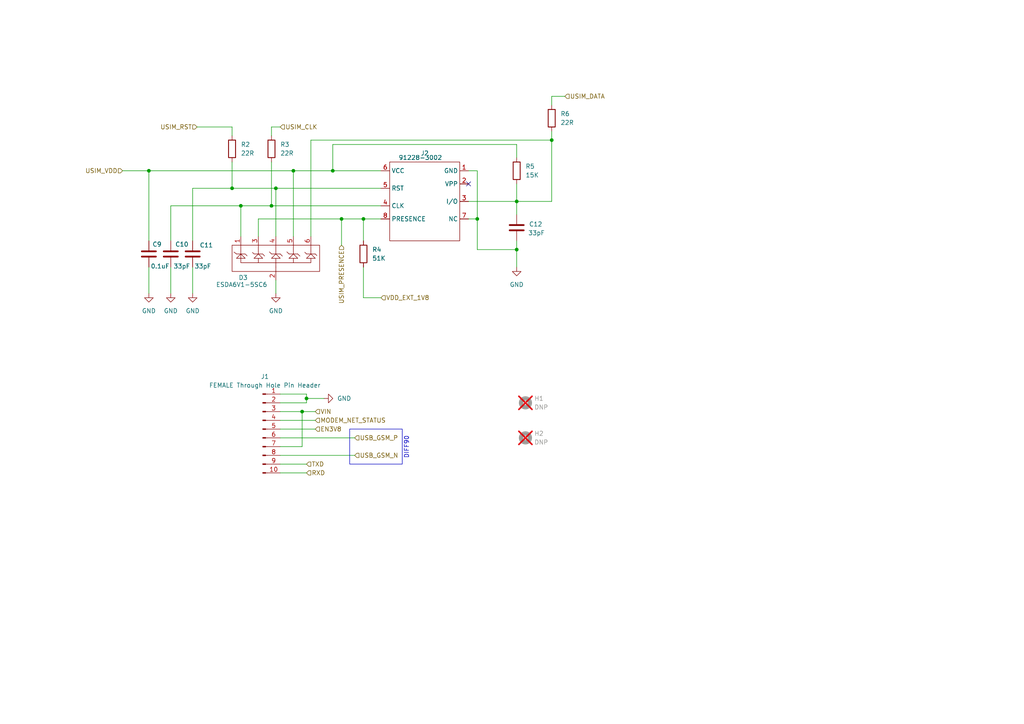
<source format=kicad_sch>
(kicad_sch (version 20250114) (generator "eeschema") (generator_version "9.0")
  (paper "A4")
  (lib_symbols
    (symbol "Connector:Conn_01x10_Pin" (pin_names (offset 1.016) (hide yes))
      (property "Reference" "J" (at 0 12.7 0))
      (property "Value" "Conn_01x10_Pin" (at 0 -15.24 0))
      (symbol "Conn_01x10_Pin_1_1"
        (rectangle (start 0.8636 10.287) (end 0 10.033) (stroke (width 0.1524)) (fill (type outline)))
        (rectangle (start 0.8636 7.747) (end 0 7.493) (stroke (width 0.1524)) (fill (type outline)))
        (rectangle (start 0.8636 5.207) (end 0 4.953) (stroke (width 0.1524)) (fill (type outline)))
        (rectangle (start 0.8636 2.667) (end 0 2.413) (stroke (width 0.1524)) (fill (type outline)))
        (rectangle (start 0.8636 0.127) (end 0 -0.127) (stroke (width 0.1524)) (fill (type outline)))
        (rectangle (start 0.8636 -2.413) (end 0 -2.667) (stroke (width 0.1524)) (fill (type outline)))
        (rectangle (start 0.8636 -4.953) (end 0 -5.207) (stroke (width 0.1524)) (fill (type outline)))
        (rectangle (start 0.8636 -7.493) (end 0 -7.747) (stroke (width 0.1524)) (fill (type outline)))
        (rectangle (start 0.8636 -10.033) (end 0 -10.287) (stroke (width 0.1524)) (fill (type outline)))
        (rectangle (start 0.8636 -12.573) (end 0 -12.827) (stroke (width 0.1524)) (fill (type outline)))
        (polyline (pts (xy 1.27 10.16) (xy 0.8636 10.16)) (stroke (width 0.1524)))
        (polyline (pts (xy 1.27 7.62) (xy 0.8636 7.62)) (stroke (width 0.1524)))
        (polyline (pts (xy 1.27 5.08) (xy 0.8636 5.08)) (stroke (width 0.1524)))
        (polyline (pts (xy 1.27 2.54) (xy 0.8636 2.54)) (stroke (width 0.1524)))
        (polyline (pts (xy 1.27 0) (xy 0.8636 0)) (stroke (width 0.1524)))
        (polyline (pts (xy 1.27 -2.54) (xy 0.8636 -2.54)) (stroke (width 0.1524)))
        (polyline (pts (xy 1.27 -5.08) (xy 0.8636 -5.08)) (stroke (width 0.1524)))
        (polyline (pts (xy 1.27 -7.62) (xy 0.8636 -7.62)) (stroke (width 0.1524)))
        (polyline (pts (xy 1.27 -10.16) (xy 0.8636 -10.16)) (stroke (width 0.1524)))
        (polyline (pts (xy 1.27 -12.7) (xy 0.8636 -12.7)) (stroke (width 0.1524)))
        (pin passive line (at 5.08 10.16 180) (length 3.81) (name "Pin_1") (number "1"))
        (pin passive line (at 5.08 7.62 180) (length 3.81) (name "Pin_2") (number "2"))
        (pin passive line (at 5.08 5.08 180) (length 3.81) (name "Pin_3") (number "3"))
        (pin passive line (at 5.08 2.54 180) (length 3.81) (name "Pin_4") (number "4"))
        (pin passive line (at 5.08 0 180) (length 3.81) (name "Pin_5") (number "5"))
        (pin passive line (at 5.08 -2.54 180) (length 3.81) (name "Pin_6") (number "6"))
        (pin passive line (at 5.08 -5.08 180) (length 3.81) (name "Pin_7") (number "7"))
        (pin passive line (at 5.08 -7.62 180) (length 3.81) (name "Pin_8") (number "8"))
        (pin passive line (at 5.08 -10.16 180) (length 3.81) (name "Pin_9") (number "9"))
        (pin passive line (at 5.08 -12.7 180) (length 3.81) (name "Pin_10") (number "10"))
      )
    )
    (symbol "Device:C" (pin_numbers (hide yes)) (pin_names (offset 0.254))
      (property "Reference" "C" (at 0.635 2.54 0))
      (property "Value" "C" (at 0.635 -2.54 0))
      (symbol "C_0_1"
        (polyline (pts (xy -2.032 0.762) (xy 2.032 0.762)) (stroke (width 0.508)))
        (polyline (pts (xy -2.032 -0.762) (xy 2.032 -0.762)) (stroke (width 0.508)))
      )
      (symbol "C_1_1"
        (pin passive line (at 0 3.81 270) (length 2.794) (name "~") (number "1"))
        (pin passive line (at 0 -3.81 90) (length 2.794) (name "~") (number "2"))
      )
    )
    (symbol "Device:R" (pin_numbers (hide yes)) (pin_names (offset 0))
      (property "Reference" "R" (at 2.032 0 90))
      (property "Value" "R" (at 0 0 90))
      (symbol "R_0_1"
        (rectangle (start -1.016 -2.54) (end 1.016 2.54) (stroke (width 0.254)))
      )
      (symbol "R_1_1"
        (pin passive line (at 0 3.81 270) (length 1.27) (name "~") (number "1"))
        (pin passive line (at 0 -3.81 90) (length 1.27) (name "~") (number "2"))
      )
    )
    (symbol "Mechanical:MountingHole" (pin_names (offset 1.016))
      (property "Reference" "H" (at 0 5.08 0))
      (property "Value" "MountingHole" (at 0 3.175 0))
      (symbol "MountingHole_0_1"
        (circle (center 0 0) (radius 1.27) (stroke (width 1.27)))
      )
    )
    (symbol "Symbol:91228-3002"
      (property "Reference" "J2" (at 1.27 1.27 0))
      (property "Value" "91228-3002" (at 0 0 0))
      (symbol "91228-3002_0_1"
        (rectangle (start -8.89 -1.27) (end 11.43 -24.13))
      )
      (symbol "91228-3002_1_1"
        (pin input line (at -11.43 -3.81 0) (length 2.54) (name "VCC") (number "6"))
        (pin input line (at -11.43 -8.89 0) (length 2.54) (name "RST") (number "5"))
        (pin input line (at -11.43 -13.97 0) (length 2.54) (name "CLK") (number "4"))
        (pin input line (at -11.43 -17.78 0) (length 2.54) (name "PRESENCE") (number "8"))
        (pin input line (at 13.97 -3.81 180) (length 2.54) (name "GND") (number "1"))
        (pin input line (at 13.97 -7.62 180) (length 2.54) (name "VPP") (number "2"))
        (pin input line (at 13.97 -12.7 180) (length 2.54) (name "I/O") (number "3"))
        (pin input line (at 13.97 -17.78 180) (length 2.54) (name "NC") (number "7"))
      )
    )
    (symbol "Symbol:ESDA6V1-5SC6"
      (property "Reference" "D" (at -13.462 0 0))
      (symbol "ESDA6V1-5SC6_0_1"
        (rectangle (start -12.7 -1.27) (end 12.7 -8.89))
        (polyline (pts (xy -11.43 -3.81) (xy -12.1452 -3.2601)))
        (polyline (pts (xy -10.16 -5.08) (xy -10.16 -1.27)))
        (polyline (pts (xy -5.08 -3.81) (xy -5.08 -1.27)))
        (polyline (pts (xy -5.08 -3.81) (xy -3.81 -3.81) (xy -3.2724 -4.4118)))
        (polyline (pts (xy -5.08 -6.35) (xy -5.08 -5.08) (xy -6.35 -5.08) (xy -3.81 -5.08) (xy -5.08 -3.81) (xy -6.35 -5.08) (xy -5.08 -3.81) (xy -6.35 -3.81) (xy -6.7834 -3.3585)))
        (polyline (pts (xy -1.27 -3.81) (xy -1.8681 -3.2081)))
        (polyline (pts (xy 0 -3.81) (xy 0 -1.27)))
        (polyline (pts (xy 0 -3.81) (xy -1.27 -3.81) (xy 1.27 -3.81)))
        (polyline (pts (xy 0 -6.35) (xy 5.08 -6.35) (xy 5.08 -5.08)))
        (polyline (pts (xy 0 -6.35) (xy 0 -5.08) (xy -1.27 -5.08) (xy 1.27 -5.08) (xy 0 -3.81) (xy -1.27 -5.08) (xy 0 -3.81)))
        (polyline (pts (xy 0 -7.62) (xy 0 -8.89)))
        (polyline (pts (xy 0 -7.62) (xy 0 -6.35) (xy -10.16 -6.35) (xy -10.16 -5.08) (xy -11.43 -5.08) (xy -8.89 -5.08) (xy -10.16 -3.81) (xy -11.43 -5.08) (xy -10.16 -3.81) (xy -11.43 -3.81) (xy -8.89 -3.81) (xy -8.3566 -4.3562) (xy -8.3481 -4.3747)))
        (polyline (pts (xy 1.27 -3.81) (xy 1.8936 -4.4369)))
        (polyline (pts (xy 3.81 -3.81) (xy 3.1963 -3.1969)))
        (polyline (pts (xy 3.81 -5.08) (xy 5.08 -5.08) (xy 6.35 -5.08)))
        (polyline (pts (xy 5.08 -1.27) (xy 5.08 -3.81)))
        (polyline (pts (xy 5.08 -3.81) (xy 3.81 -3.81) (xy 6.35 -3.81)))
        (polyline (pts (xy 5.08 -3.81) (xy 3.81 -5.08) (xy 5.08 -3.81) (xy 6.35 -5.08) (xy 5.08 -3.81)))
        (polyline (pts (xy 5.08 -6.35) (xy 10.16 -6.35) (xy 10.16 -5.08)))
        (polyline (pts (xy 6.35 -3.81) (xy 6.9747 -4.4341)))
        (polyline (pts (xy 8.89 -3.81) (xy 8.3884 -3.3047)))
        (polyline (pts (xy 10.16 -3.81) (xy 8.89 -3.81)))
        (polyline (pts (xy 10.16 -3.81) (xy 10.16 -1.27)))
        (polyline (pts (xy 10.16 -3.81) (xy 11.43 -3.81)))
        (polyline (pts (xy 10.16 -5.08) (xy 8.89 -5.08) (xy 11.43 -5.08)))
        (polyline (pts (xy 11.43 -3.81) (xy 11.8956 -4.2806)))
        (polyline (pts (xy 11.43 -5.08) (xy 10.16 -3.81) (xy 8.89 -5.08)))
      )
      (symbol "ESDA6V1-5SC6_1_1"
        (pin input line (at -10.16 1.27 270) (length 2.54) (name "") (number "1"))
        (pin input line (at -5.08 1.27 270) (length 2.54) (name "") (number "3"))
        (pin input line (at 0 1.27 270) (length 2.54) (name "") (number "4"))
        (pin input line (at 0 -11.43 90) (length 2.54) (name "") (number "2"))
        (pin input line (at 5.08 1.27 270) (length 2.54) (name "") (number "5"))
        (pin input line (at 10.16 1.27 270) (length 2.54) (name "") (number "6"))
      )
    )
    (symbol "power:GND" (power) (pin_names (offset 0))
      (property "Value" "GND" (at 0 -3.81 0))
      (symbol "GND_0_1"
        (polyline (pts (xy 0 0) (xy 0 -1.27) (xy 1.27 -1.27) (xy 0 -2.54) (xy -1.27 -1.27) (xy 0 -1.27)))
      )
      (symbol "GND_1_1"
        (pin power_in line (at 0 0 270) (length 0) (hide yes) (name "GND") (number "1"))
      )
    )
  )
  (rectangle (start 101.4271 124.4497) (end 116.6671 134.6097))
  (text "DIFF90\n" (at 117.9371 129.7837 90) (effects (font (size 1.27 1.27))))
  (junction (at 78.74 59.69))
  (junction (at 160.02 40.64))
  (junction (at 149.86 72.39))
  (junction (at 88.9 115.57))
  (junction (at 85.09 49.53))
  (junction (at 149.86 58.42))
  (junction (at 105.41 63.5))
  (junction (at 138.43 63.5))
  (junction (at 69.85 59.69))
  (junction (at 99.06 63.5))
  (junction (at 43.18 49.53))
  (junction (at 87.63 119.38))
  (junction (at 80.01 54.61))
  (junction (at 67.31 54.61))
  (junction (at 96.52 49.53))
  (no_connect (at 135.89 53.34))
  (wire (pts (xy 149.86 72.39) (xy 138.43 72.39)))
  (wire (pts (xy 57.15 36.83) (xy 67.31 36.83)))
  (wire (pts (xy 81.28 119.38) (xy 87.63 119.38)))
  (wire (pts (xy 87.63 119.38) (xy 91.44 119.38)))
  (wire (pts (xy 85.09 49.53) (xy 85.09 68.58)))
  (wire (pts (xy 87.63 129.54) (xy 87.63 119.38)))
  (wire (pts (xy 135.89 58.42) (xy 149.86 58.42)))
  (wire (pts (xy 88.9 116.84) (xy 88.9 115.57)))
  (wire (pts (xy 67.31 46.99) (xy 67.31 54.61)))
  (wire (pts (xy 80.01 54.61) (xy 110.49 54.61)))
  (wire (pts (xy 78.74 46.99) (xy 78.74 59.69)))
  (wire (pts (xy 149.86 58.42) (xy 149.86 53.34)))
  (wire (pts (xy 149.86 45.72) (xy 149.86 41.91)))
  (wire (pts (xy 81.28 124.46) (xy 91.44 124.46)))
  (wire (pts (xy 96.52 49.53) (xy 110.49 49.53)))
  (wire (pts (xy 49.53 59.69) (xy 69.85 59.69)))
  (wire (pts (xy 138.43 63.5) (xy 135.89 63.5)))
  (wire (pts (xy 81.28 132.08) (xy 102.87 132.08)))
  (wire (pts (xy 160.02 40.64) (xy 160.02 58.42)))
  (wire (pts (xy 80.01 81.28) (xy 80.01 85.09)))
  (wire (pts (xy 81.28 114.3) (xy 88.9 114.3)))
  (wire (pts (xy 135.89 49.53) (xy 138.43 49.53)))
  (wire (pts (xy 80.01 54.61) (xy 80.01 68.58)))
  (wire (pts (xy 43.18 49.53) (xy 85.09 49.53)))
  (wire (pts (xy 99.06 63.5) (xy 99.06 71.12)))
  (wire (pts (xy 69.85 59.69) (xy 78.74 59.69)))
  (wire (pts (xy 55.88 54.61) (xy 67.31 54.61)))
  (wire (pts (xy 81.28 36.83) (xy 78.74 36.83)))
  (wire (pts (xy 81.28 121.92) (xy 91.44 121.92)))
  (wire (pts (xy 149.86 69.85) (xy 149.86 72.39)))
  (wire (pts (xy 110.49 86.36) (xy 105.41 86.36)))
  (wire (pts (xy 99.06 63.5) (xy 105.41 63.5)))
  (wire (pts (xy 67.31 36.83) (xy 67.31 39.37)))
  (wire (pts (xy 55.88 69.85) (xy 55.88 54.61)))
  (wire (pts (xy 78.74 36.83) (xy 78.74 39.37)))
  (wire (pts (xy 74.93 68.58) (xy 74.93 63.5)))
  (wire (pts (xy 105.41 77.47) (xy 105.41 86.36)))
  (wire (pts (xy 69.85 59.69) (xy 69.85 68.58)))
  (wire (pts (xy 78.74 59.69) (xy 110.49 59.69)))
  (wire (pts (xy 55.88 77.47) (xy 55.88 85.09)))
  (wire (pts (xy 90.17 68.58) (xy 90.17 40.64)))
  (wire (pts (xy 149.86 58.42) (xy 160.02 58.42)))
  (wire (pts (xy 43.18 49.53) (xy 43.18 69.85)))
  (wire (pts (xy 49.53 77.47) (xy 49.53 85.09)))
  (wire (pts (xy 85.09 49.53) (xy 96.52 49.53)))
  (wire (pts (xy 163.83 27.94) (xy 160.02 27.94)))
  (wire (pts (xy 96.52 41.91) (xy 96.52 49.53)))
  (wire (pts (xy 81.28 129.54) (xy 87.63 129.54)))
  (wire (pts (xy 88.9 115.57) (xy 93.98 115.57)))
  (wire (pts (xy 160.02 27.94) (xy 160.02 30.48)))
  (wire (pts (xy 138.43 72.39) (xy 138.43 63.5)))
  (wire (pts (xy 105.41 63.5) (xy 110.49 63.5)))
  (wire (pts (xy 49.53 69.85) (xy 49.53 59.69)))
  (wire (pts (xy 105.41 69.85) (xy 105.41 63.5)))
  (wire (pts (xy 81.28 116.84) (xy 88.9 116.84)))
  (wire (pts (xy 81.28 134.62) (xy 88.9 134.62)))
  (wire (pts (xy 149.86 72.39) (xy 149.86 77.47)))
  (wire (pts (xy 160.02 38.1) (xy 160.02 40.64)))
  (wire (pts (xy 81.28 127) (xy 102.87 127)))
  (wire (pts (xy 90.17 40.64) (xy 160.02 40.64)))
  (wire (pts (xy 67.31 54.61) (xy 80.01 54.61)))
  (wire (pts (xy 149.86 41.91) (xy 96.52 41.91)))
  (wire (pts (xy 74.93 63.5) (xy 99.06 63.5)))
  (wire (pts (xy 149.86 58.42) (xy 149.86 62.23)))
  (wire (pts (xy 88.9 114.3) (xy 88.9 115.57)))
  (wire (pts (xy 81.28 137.16) (xy 88.9 137.16)))
  (wire (pts (xy 35.56 49.53) (xy 43.18 49.53)))
  (wire (pts (xy 138.43 49.53) (xy 138.43 63.5)))
  (wire (pts (xy 43.18 77.47) (xy 43.18 85.09)))
  (hierarchical_label "VDD_EXT_1V8" (shape input) (at 110.49 86.36 0))
  (hierarchical_label "USIM_PRESENCE" (shape input) (at 99.06 71.12 270))
  (hierarchical_label "USIM_VDD" (shape input) (at 35.56 49.53 180))
  (hierarchical_label "MODEM_NET_STATUS" (shape input) (at 91.44 121.92 0))
  (hierarchical_label "USB_GSM_N" (shape input) (at 102.87 132.08 0))
  (hierarchical_label "USIM_CLK" (shape input) (at 81.28 36.83 0))
  (hierarchical_label "USIM_DATA" (shape input) (at 163.83 27.94 0))
  (hierarchical_label "VIN" (shape input) (at 91.44 119.38 0))
  (hierarchical_label "USB_GSM_P" (shape input) (at 102.87 127 0))
  (hierarchical_label "EN3V8" (shape input) (at 91.44 124.46 0))
  (hierarchical_label "RXD" (shape input) (at 88.9 137.16 0))
  (hierarchical_label "USIM_RST" (shape input) (at 57.15 36.83 180))
  (hierarchical_label "TXD" (shape input) (at 88.9 134.62 0))
  (symbol (lib_id "power:GND") (at 80.01 85.09 0) (unit 1)
    (property "Reference" "#PWR01" (effects (hide yes)))
    (property "Value" "GND" (at 80.01 90.17 0))
    (property "Description" "Power symbol creates a global label with name \"GND\" , ground" (effects (hide yes)))
  )
  (symbol (lib_id "Device:R") (at 149.86 49.53 0) (unit 1)
    (property "Reference" "R5" (at 152.4 48.2599 0) (effects (justify left)))
    (property "Value" "15K" (at 152.4 50.7999 0) (effects (justify left)))
    (property "Footprint" "Resistor_SMD:R_0603_1608Metric" (effects (hide yes)))
    (property "Description" "Resistor" (effects (hide yes)))
  )
  (symbol (lib_id "power:GND") (at 93.98 115.57 90) (unit 1)
    (property "Reference" "#PWR026" (effects (hide yes)))
    (property "Value" "GND" (at 97.79 115.5699 90) (effects (justify right)))
    (property "Description" "Power symbol creates a global label with name \"GND\" , ground" (effects (hide yes)))
  )
  (symbol (lib_id "Mechanical:MountingHole") (at 152.4 116.84 0) (unit 1) (dnp yes)
    (property "Reference" "H1" (at 154.94 115.5699 0) (effects (justify left)))
    (property "Value" "DNP" (at 154.94 118.1099 0) (effects (justify left)))
    (property "Footprint" "footprint:Screw_Terminal_1x1" (effects (hide yes)))
    (property "Description" "Mounting Hole without connection" (effects (hide yes)))
  )
  (symbol (lib_id "Device:R") (at 160.02 34.29 0) (unit 1)
    (property "Reference" "R6" (at 162.56 33.0199 0) (effects (justify left)))
    (property "Value" "22R" (at 162.56 35.5599 0) (effects (justify left)))
    (property "Footprint" "Resistor_SMD:R_0603_1608Metric" (effects (hide yes)))
    (property "Description" "Resistor" (effects (hide yes)))
  )
  (symbol (lib_id "power:GND") (at 55.88 85.09 0) (unit 1)
    (property "Reference" "#PWR02" (effects (hide yes)))
    (property "Value" "GND" (at 55.88 90.17 0))
    (property "Description" "Power symbol creates a global label with name \"GND\" , ground" (effects (hide yes)))
  )
  (symbol (lib_id "Device:C") (at 149.86 66.04 0) (unit 1)
    (property "Reference" "C12" (at 153.416 65.024 0) (effects (justify left)))
    (property "Value" "33pF" (at 153.162 67.564 0) (effects (justify left)))
    (property "Footprint" "Capacitor_SMD:C_0603_1608Metric" (effects (hide yes)))
    (property "Description" "Unpolarized capacitor" (effects (hide yes)))
  )
  (symbol (lib_id "Device:C") (at 49.53 73.66 0) (unit 1)
    (property "Reference" "C10" (at 50.8 70.866 0) (effects (justify left)))
    (property "Value" "33pF" (at 50.292 77.216 0) (effects (justify left)))
    (property "Footprint" "Capacitor_SMD:C_0603_1608Metric" (effects (hide yes)))
    (property "Description" "Unpolarized capacitor" (effects (hide yes)))
  )
  (symbol (lib_id "Device:R") (at 78.74 43.18 0) (unit 1)
    (property "Reference" "R3" (at 81.28 41.9099 0) (effects (justify left)))
    (property "Value" "22R" (at 81.28 44.4499 0) (effects (justify left)))
    (property "Footprint" "Resistor_SMD:R_0603_1608Metric" (effects (hide yes)))
    (property "Description" "Resistor" (effects (hide yes)))
  )
  (symbol (lib_id "Device:C") (at 55.88 73.66 0) (unit 1)
    (property "Reference" "C11" (at 57.912 71.12 0) (effects (justify left)))
    (property "Value" "33pF" (at 56.388 77.216 0) (effects (justify left)))
    (property "Footprint" "Capacitor_SMD:C_0603_1608Metric" (effects (hide yes)))
    (property "Description" "Unpolarized capacitor" (effects (hide yes)))
  )
  (symbol (lib_id "Symbol:91228-3002") (at 121.92 45.72 0) (unit 1)
    (property "Reference" "J2" (at 123.19 44.45 0))
    (property "Value" "91228-3002" (at 121.92 45.72 0))
    (property "Footprint" "KiCad:912283002" (effects (hide yes)))
    (property "Description" "6 Position Card Connector SIM Card Surface Mount, Right Angle Gold" (effects (hide yes)))
    (property "MPN" "91228-3002" (effects (hide yes)))
  )
  (symbol (lib_id "Device:R") (at 67.31 43.18 0) (unit 1)
    (property "Reference" "R2" (at 69.85 41.9099 0) (effects (justify left)))
    (property "Value" "22R" (at 69.85 44.4499 0) (effects (justify left)))
    (property "Footprint" "Resistor_SMD:R_0603_1608Metric" (effects (hide yes)))
    (property "Description" "Resistor" (effects (hide yes)))
  )
  (symbol (lib_id "Mechanical:MountingHole") (at 152.4 127 0) (unit 1) (dnp yes)
    (property "Reference" "H2" (at 154.94 125.7299 0) (effects (justify left)))
    (property "Value" "DNP" (at 154.94 128.2699 0) (effects (justify left)))
    (property "Footprint" "footprint:Screw_Terminal_1x1" (effects (hide yes)))
    (property "Description" "Mounting Hole without connection" (effects (hide yes)))
  )
  (symbol (lib_id "Device:R") (at 105.41 73.66 0) (unit 1)
    (property "Reference" "R4" (at 107.95 72.3899 0) (effects (justify left)))
    (property "Value" "51K" (at 107.95 74.9299 0) (effects (justify left)))
    (property "Footprint" "Resistor_SMD:R_0603_1608Metric" (effects (hide yes)))
    (property "Description" "Resistor" (effects (hide yes)))
  )
  (symbol (lib_id "Symbol:ESDA6V1-5SC6") (at 80.01 69.85 0) (unit 1)
    (property "Reference" "D3" (at 71.882 80.518 0) (effects (justify right)))
    (property "Value" "ESDA6V1-5SC6" (at 70.104 82.55 0))
    (property "Footprint" "Library:ESDA6V1-5SC6" (effects (hide yes)))
    (property "Datasheet" "https://datasheet.lcsc.com/lcsc/2205090916_TECH-PUBLIC-ESDA6V1-5SC6_C2827672.pdf" (effects (hide yes)))
    (property "Description" "SOT-23-6 Electrostatic and Surge Protection (TVS/ESD) ROHS" (effects (hide yes)))
    (property "MPN" "ESDA6V1-5SC6" (effects (hide yes)))
  )
  (symbol (lib_id "power:GND") (at 149.86 77.47 0) (unit 1)
    (property "Reference" "#PWR05" (effects (hide yes)))
    (property "Value" "GND" (at 149.86 82.55 0))
    (property "Description" "Power symbol creates a global label with name \"GND\" , ground" (effects (hide yes)))
  )
  (symbol (lib_id "power:GND") (at 43.18 85.09 0) (unit 1)
    (property "Reference" "#PWR04" (effects (hide yes)))
    (property "Value" "GND" (at 43.18 90.17 0))
    (property "Description" "Power symbol creates a global label with name \"GND\" , ground" (effects (hide yes)))
  )
  (symbol (lib_id "Connector:Conn_01x10_Pin") (at 76.2 124.46 0) (unit 1)
    (property "Reference" "J1" (at 76.835 109.22 0))
    (property "Value" "FEMALE Through Hole Pin Header" (at 76.835 111.76 0))
    (property "Footprint" "Connector_PinHeader_2.00mm:PinHeader_2x05_P2.00mm_Vertical" (effects (hide yes)))
    (property "Description" "Generic connector, single row, 01x10, script generated" (effects (hide yes)))
  )
  (symbol (lib_id "power:GND") (at 49.53 85.09 0) (unit 1)
    (property "Reference" "#PWR03" (effects (hide yes)))
    (property "Value" "GND" (at 49.53 90.17 0))
    (property "Description" "Power symbol creates a global label with name \"GND\" , ground" (effects (hide yes)))
  )
  (symbol (lib_id "Device:C") (at 43.18 73.66 0) (unit 1)
    (property "Reference" "C9" (at 44.196 70.866 0) (effects (justify left)))
    (property "Value" "0.1uF" (at 43.688 77.216 0) (effects (justify left)))
    (property "Footprint" "Capacitor_SMD:C_0603_1608Metric" (effects (hide yes)))
    (property "Description" "Unpolarized capacitor" (effects (hide yes)))
  )
)
</source>
